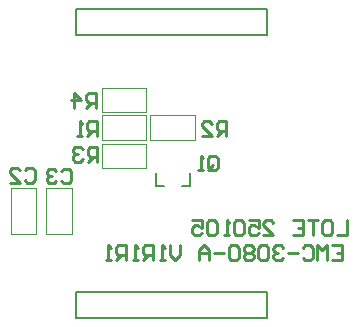
<source format=gbo>
G04*
G04 #@! TF.GenerationSoftware,Altium Limited,Altium Designer,21.4.1 (30)*
G04*
G04 Layer_Color=32896*
%FSLAX44Y44*%
%MOMM*%
G71*
G04*
G04 #@! TF.SameCoordinates,1B399950-D3B7-4EFA-8D0F-ABCAEF693611*
G04*
G04*
G04 #@! TF.FilePolarity,Positive*
G04*
G01*
G75*
%ADD11C,0.1500*%
%ADD14C,0.2500*%
%ADD40C,0.0500*%
%ADD41C,0.1524*%
D11*
X289250Y13750D02*
Y35750D01*
X127250Y13750D02*
Y35750D01*
X289250D01*
X127250Y13750D02*
X289250D01*
Y253750D02*
Y275750D01*
X127250Y253750D02*
Y275750D01*
X289250D01*
X127250Y253750D02*
X289250D01*
X217000Y125500D02*
X224000D01*
X195000D02*
Y136500D01*
Y125500D02*
X202000D01*
D14*
X356750Y96746D02*
Y84250D01*
X348419D01*
X338006Y96746D02*
X342171D01*
X344254Y94663D01*
Y86333D01*
X342171Y84250D01*
X338006D01*
X335923Y86333D01*
Y94663D01*
X338006Y96746D01*
X331758D02*
X323428D01*
X327593D01*
Y84250D01*
X310931Y96746D02*
X319262D01*
Y84250D01*
X310931D01*
X319262Y90498D02*
X315097D01*
X285940Y84250D02*
X294270D01*
X285940Y92581D01*
Y94663D01*
X288022Y96746D01*
X292188D01*
X294270Y94663D01*
X273444Y96746D02*
X281774D01*
Y90498D01*
X277609Y92581D01*
X275526D01*
X273444Y90498D01*
Y86333D01*
X275526Y84250D01*
X279692D01*
X281774Y86333D01*
X269278Y94663D02*
X267196Y96746D01*
X263030D01*
X260948Y94663D01*
Y86333D01*
X263030Y84250D01*
X267196D01*
X269278Y86333D01*
Y94663D01*
X256782Y84250D02*
X252617D01*
X254700D01*
Y96746D01*
X256782Y94663D01*
X246369D02*
X244286Y96746D01*
X240121D01*
X238038Y94663D01*
Y86333D01*
X240121Y84250D01*
X244286D01*
X246369Y86333D01*
Y94663D01*
X225542Y96746D02*
X233873D01*
Y90498D01*
X229708Y92581D01*
X227625D01*
X225542Y90498D01*
Y86333D01*
X227625Y84250D01*
X231790D01*
X233873Y86333D01*
X344169Y75496D02*
X352500D01*
Y63000D01*
X344169D01*
X352500Y69248D02*
X348335D01*
X340004Y63000D02*
Y75496D01*
X335839Y71331D01*
X331674Y75496D01*
Y63000D01*
X319177Y73413D02*
X321260Y75496D01*
X325425D01*
X327508Y73413D01*
Y65083D01*
X325425Y63000D01*
X321260D01*
X319177Y65083D01*
X315012Y69248D02*
X306681D01*
X302516Y73413D02*
X300434Y75496D01*
X296268D01*
X294186Y73413D01*
Y71331D01*
X296268Y69248D01*
X298351D01*
X296268D01*
X294186Y67165D01*
Y65083D01*
X296268Y63000D01*
X300434D01*
X302516Y65083D01*
X290020Y73413D02*
X287938Y75496D01*
X283772D01*
X281690Y73413D01*
Y65083D01*
X283772Y63000D01*
X287938D01*
X290020Y65083D01*
Y73413D01*
X277524D02*
X275442Y75496D01*
X271276D01*
X269194Y73413D01*
Y71331D01*
X271276Y69248D01*
X269194Y67165D01*
Y65083D01*
X271276Y63000D01*
X275442D01*
X277524Y65083D01*
Y67165D01*
X275442Y69248D01*
X277524Y71331D01*
Y73413D01*
X275442Y69248D02*
X271276D01*
X265028Y73413D02*
X262946Y75496D01*
X258780D01*
X256698Y73413D01*
Y65083D01*
X258780Y63000D01*
X262946D01*
X265028Y65083D01*
Y73413D01*
X252532Y69248D02*
X244202D01*
X240036Y63000D02*
Y71331D01*
X235871Y75496D01*
X231706Y71331D01*
Y63000D01*
Y69248D01*
X240036D01*
X215044Y75496D02*
Y67165D01*
X210879Y63000D01*
X206714Y67165D01*
Y75496D01*
X202549Y63000D02*
X198383D01*
X200466D01*
Y75496D01*
X202549Y73413D01*
X192135Y63000D02*
Y75496D01*
X185887D01*
X183805Y73413D01*
Y69248D01*
X185887Y67165D01*
X192135D01*
X187970D02*
X183805Y63000D01*
X179639D02*
X175474D01*
X177557D01*
Y75496D01*
X179639Y73413D01*
X169226Y63000D02*
Y75496D01*
X162978D01*
X160895Y73413D01*
Y69248D01*
X162978Y67165D01*
X169226D01*
X165061D02*
X160895Y63000D01*
X156730D02*
X152565D01*
X154647D01*
Y75496D01*
X156730Y73413D01*
X145413Y146502D02*
Y158998D01*
X139165D01*
X137083Y156915D01*
Y152750D01*
X139165Y150667D01*
X145413D01*
X141248D02*
X137083Y146502D01*
X132917Y156915D02*
X130835Y158998D01*
X126669D01*
X124587Y156915D01*
Y154833D01*
X126669Y152750D01*
X128752D01*
X126669D01*
X124587Y150667D01*
Y148585D01*
X126669Y146502D01*
X130835D01*
X132917Y148585D01*
X144163Y192002D02*
Y204498D01*
X137915D01*
X135833Y202415D01*
Y198250D01*
X137915Y196167D01*
X144163D01*
X139998D02*
X135833Y192002D01*
X125419D02*
Y204498D01*
X131667Y198250D01*
X123337D01*
X254643Y168252D02*
Y180748D01*
X248395D01*
X246313Y178665D01*
Y174500D01*
X248395Y172417D01*
X254643D01*
X250478D02*
X246313Y168252D01*
X233817D02*
X242147D01*
X233817Y176583D01*
Y178665D01*
X235899Y180748D01*
X240065D01*
X242147Y178665D01*
X144831Y168002D02*
Y180498D01*
X138583D01*
X136500Y178415D01*
Y174250D01*
X138583Y172167D01*
X144831D01*
X140665D02*
X136500Y168002D01*
X132335D02*
X128169D01*
X130252D01*
Y180498D01*
X132335Y178415D01*
X239000Y141085D02*
Y149415D01*
X241083Y151498D01*
X245248D01*
X247331Y149415D01*
Y141085D01*
X245248Y139002D01*
X241083D01*
X243165Y143167D02*
X239000Y139002D01*
X241083D02*
X239000Y141085D01*
X234835Y139002D02*
X230669D01*
X232752D01*
Y151498D01*
X234835Y149415D01*
X114833Y138415D02*
X116915Y140498D01*
X121081D01*
X123163Y138415D01*
Y130085D01*
X121081Y128002D01*
X116915D01*
X114833Y130085D01*
X110667Y138415D02*
X108585Y140498D01*
X104419D01*
X102337Y138415D01*
Y136333D01*
X104419Y134250D01*
X106502D01*
X104419D01*
X102337Y132167D01*
Y130085D01*
X104419Y128002D01*
X108585D01*
X110667Y130085D01*
X83833Y138915D02*
X85915Y140998D01*
X90081D01*
X92163Y138915D01*
Y130585D01*
X90081Y128502D01*
X85915D01*
X83833Y130585D01*
X71337Y128502D02*
X79667D01*
X71337Y136833D01*
Y138915D01*
X73419Y140998D01*
X77585D01*
X79667Y138915D01*
D40*
X149230Y161250D02*
X186730D01*
Y140750D02*
Y161250D01*
X149230Y140750D02*
Y161250D01*
Y140750D02*
X186730D01*
X149270Y165000D02*
X186770D01*
X149270D02*
Y185500D01*
X186770Y165000D02*
Y185500D01*
X149270D02*
X186770D01*
X190250D02*
X227750D01*
Y165000D02*
Y185500D01*
X190250Y165000D02*
Y185500D01*
Y165000D02*
X227750D01*
X72000Y123750D02*
X93500D01*
Y85250D02*
Y123750D01*
X72000Y85250D02*
Y123750D01*
Y85250D02*
X93500D01*
X102000Y123750D02*
X123500D01*
Y85250D02*
Y123750D01*
X102000Y85250D02*
Y123750D01*
Y85250D02*
X123500D01*
X149230Y209000D02*
X186730D01*
Y188500D02*
Y209000D01*
X149230Y188500D02*
Y209000D01*
Y188500D02*
X186730D01*
D41*
X224000Y125500D02*
Y136500D01*
M02*

</source>
